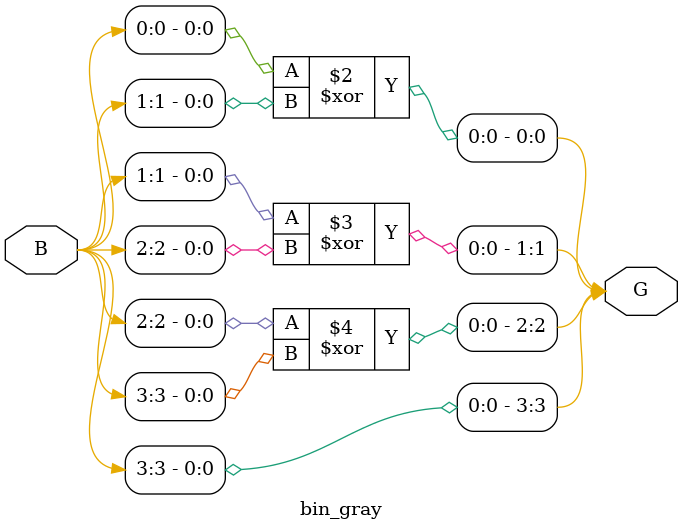
<source format=v>
module bin_gray(input wire [3:0]B,output reg [3:0] G);

always @(B)
begin
G[0]=B[0]^B[1];
G[1]=B[1]^B[2];
G[2]=B[2]^B[3];
G[3]=B[3];
end



endmodule


</source>
